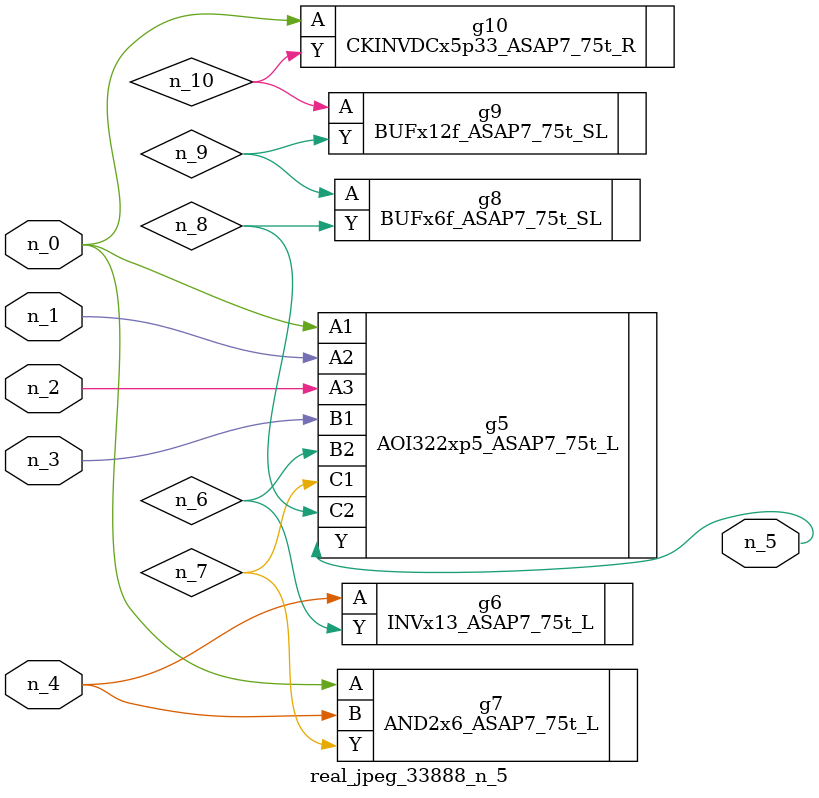
<source format=v>
module real_jpeg_33888_n_5 (n_4, n_0, n_1, n_2, n_3, n_5);

input n_4;
input n_0;
input n_1;
input n_2;
input n_3;

output n_5;

wire n_8;
wire n_6;
wire n_7;
wire n_10;
wire n_9;

AOI322xp5_ASAP7_75t_L g5 ( 
.A1(n_0),
.A2(n_1),
.A3(n_2),
.B1(n_3),
.B2(n_6),
.C1(n_7),
.C2(n_8),
.Y(n_5)
);

AND2x6_ASAP7_75t_L g7 ( 
.A(n_0),
.B(n_4),
.Y(n_7)
);

CKINVDCx5p33_ASAP7_75t_R g10 ( 
.A(n_0),
.Y(n_10)
);

INVx13_ASAP7_75t_L g6 ( 
.A(n_4),
.Y(n_6)
);

BUFx6f_ASAP7_75t_SL g8 ( 
.A(n_9),
.Y(n_8)
);

BUFx12f_ASAP7_75t_SL g9 ( 
.A(n_10),
.Y(n_9)
);


endmodule
</source>
